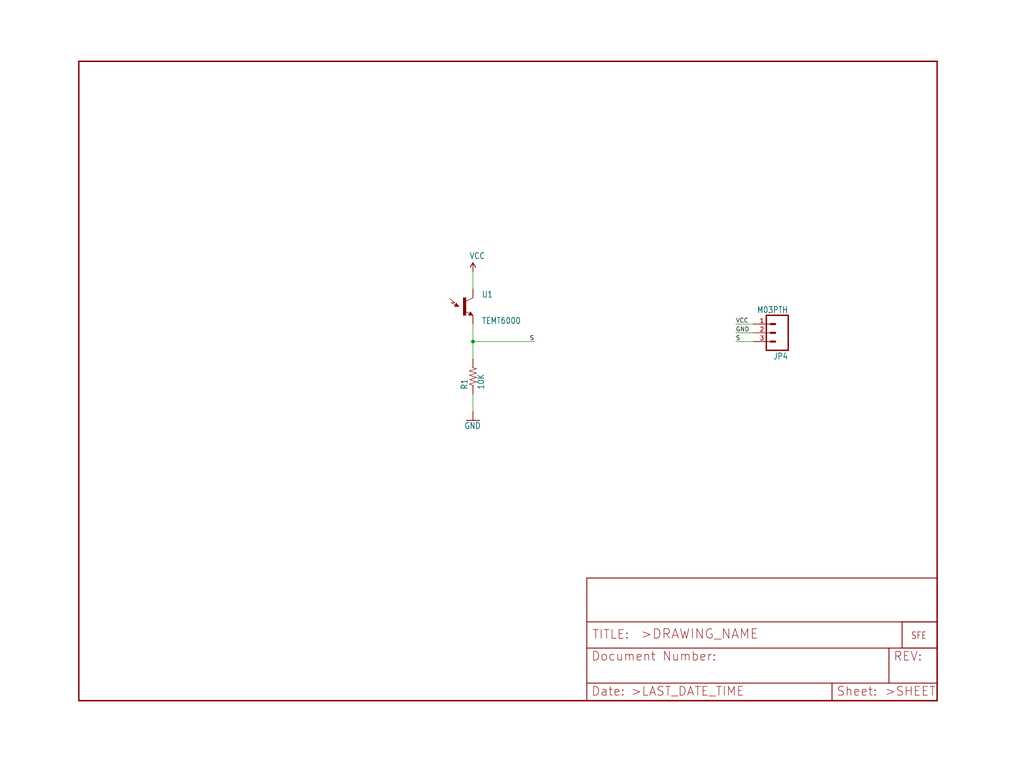
<source format=kicad_sch>
(kicad_sch (version 20211123) (generator eeschema)
  (paper "User" 297.002 223.926)
  (lib_symbols
    (symbol "eagleSchem-eagle-import:FRAME-LETTER"
      (symbol "FRAME-LETTER_1_0"
        (polyline (pts (xy 0 0) (xy 248.92 0)) (stroke (width 0.4064)))
        (polyline (pts (xy 0 185.42) (xy 0 0)) (stroke (width 0.4064)))
        (polyline (pts (xy 0 185.42) (xy 248.92 185.42)) (stroke (width 0.4064)))
        (polyline (pts (xy 248.92 185.42) (xy 248.92 0)) (stroke (width 0.4064)))
      )
      (symbol "FRAME-LETTER_2_0"
        (polyline (pts (xy 0 0) (xy 0 5.08)) (stroke (width 0.254)))
        (polyline (pts (xy 0 0) (xy 71.12 0)) (stroke (width 0.254)))
        (polyline (pts (xy 0 5.08) (xy 0 15.24)) (stroke (width 0.254)))
        (polyline (pts (xy 0 5.08) (xy 71.12 5.08)) (stroke (width 0.254)))
        (polyline (pts (xy 0 15.24) (xy 0 22.86)) (stroke (width 0.254)))
        (polyline (pts (xy 0 22.86) (xy 0 35.56)) (stroke (width 0.254)))
        (polyline (pts (xy 0 22.86) (xy 101.6 22.86)) (stroke (width 0.254)))
        (polyline (pts (xy 71.12 0) (xy 101.6 0)) (stroke (width 0.254)))
        (polyline (pts (xy 71.12 5.08) (xy 71.12 0)) (stroke (width 0.254)))
        (polyline (pts (xy 71.12 5.08) (xy 87.63 5.08)) (stroke (width 0.254)))
        (polyline (pts (xy 87.63 5.08) (xy 101.6 5.08)) (stroke (width 0.254)))
        (polyline (pts (xy 87.63 15.24) (xy 0 15.24)) (stroke (width 0.254)))
        (polyline (pts (xy 87.63 15.24) (xy 87.63 5.08)) (stroke (width 0.254)))
        (polyline (pts (xy 101.6 5.08) (xy 101.6 0)) (stroke (width 0.254)))
        (polyline (pts (xy 101.6 15.24) (xy 87.63 15.24)) (stroke (width 0.254)))
        (polyline (pts (xy 101.6 15.24) (xy 101.6 5.08)) (stroke (width 0.254)))
        (polyline (pts (xy 101.6 22.86) (xy 101.6 15.24)) (stroke (width 0.254)))
        (polyline (pts (xy 101.6 35.56) (xy 0 35.56)) (stroke (width 0.254)))
        (polyline (pts (xy 101.6 35.56) (xy 101.6 22.86)) (stroke (width 0.254)))
        (text ">DRAWING_NAME" (at 15.494 17.78 0) (effects (font (size 2.7432 2.7432)) (justify left bottom)))
        (text ">LAST_DATE_TIME" (at 12.7 1.27 0) (effects (font (size 2.54 2.54)) (justify left bottom)))
        (text ">SHEET" (at 86.36 1.27 0) (effects (font (size 2.54 2.54)) (justify left bottom)))
        (text "Date:" (at 1.27 1.27 0) (effects (font (size 2.54 2.54)) (justify left bottom)))
        (text "Document Number:" (at 1.27 11.43 0) (effects (font (size 2.54 2.54)) (justify left bottom)))
        (text "REV:" (at 88.9 11.43 0) (effects (font (size 2.54 2.54)) (justify left bottom)))
        (text "Sheet:" (at 72.39 1.27 0) (effects (font (size 2.54 2.54)) (justify left bottom)))
        (text "TITLE:" (at 1.524 17.78 0) (effects (font (size 2.54 2.54)) (justify left bottom)))
      )
    )
    (symbol "eagleSchem-eagle-import:GND" (power)
      (property "Value" "GND" (at -2.54 -2.54 0))
      (symbol "GND_1_0"
        (polyline (pts (xy -1.905 0) (xy 1.905 0)) (stroke (width 0.254)))
        (pin power_in line (at 0 2.54 270) (length 2.54) (name "GND") (number "1"))
      )
    )
    (symbol "eagleSchem-eagle-import:LOGO-SFESK"
      (symbol "LOGO-SFESK_1_0"
        (polyline (pts (xy -2.54 -2.54) (xy 7.62 -2.54)) (stroke (width 0.254)))
        (polyline (pts (xy -2.54 5.08) (xy -2.54 -2.54)) (stroke (width 0.254)))
        (polyline (pts (xy 7.62 -2.54) (xy 7.62 5.08)) (stroke (width 0.254)))
        (polyline (pts (xy 7.62 5.08) (xy -2.54 5.08)) (stroke (width 0.254)))
        (text "SFE" (at 0 0 0) (effects (font (size 1.9304 1.6408)) (justify left bottom)))
      )
    )
    (symbol "eagleSchem-eagle-import:M03PTH"
      (property "Reference" "JP" (at -2.54 5.842 0))
      (property "Value" "M03PTH" (at -2.54 -7.62 0))
      (symbol "M03PTH_1_0"
        (polyline (pts (xy -2.54 5.08) (xy -2.54 -5.08)) (stroke (width 0.4064)))
        (polyline (pts (xy -2.54 5.08) (xy 3.81 5.08)) (stroke (width 0.4064)))
        (polyline (pts (xy 1.27 -2.54) (xy 2.54 -2.54)) (stroke (width 0.6096)))
        (polyline (pts (xy 1.27 0) (xy 2.54 0)) (stroke (width 0.6096)))
        (polyline (pts (xy 1.27 2.54) (xy 2.54 2.54)) (stroke (width 0.6096)))
        (polyline (pts (xy 3.81 -5.08) (xy -2.54 -5.08)) (stroke (width 0.4064)))
        (polyline (pts (xy 3.81 -5.08) (xy 3.81 5.08)) (stroke (width 0.4064)))
        (pin passive line (at 7.62 -2.54 180) (length 5.08) (name "1") (number "1"))
        (pin passive line (at 7.62 0 180) (length 5.08) (name "2") (number "2"))
        (pin passive line (at 7.62 2.54 180) (length 5.08) (name "3") (number "3"))
      )
    )
    (symbol "eagleSchem-eagle-import:RESISTOR0402-RES"
      (property "Reference" "R" (at -3.81 1.4986 0))
      (property "Value" "RESISTOR0402-RES" (at -3.81 -3.302 0))
      (symbol "RESISTOR0402-RES_1_0"
        (polyline (pts (xy -2.54 0) (xy -2.159 1.016)) (stroke (width 0.1524)))
        (polyline (pts (xy -2.159 1.016) (xy -1.524 -1.016)) (stroke (width 0.1524)))
        (polyline (pts (xy -1.524 -1.016) (xy -0.889 1.016)) (stroke (width 0.1524)))
        (polyline (pts (xy -0.889 1.016) (xy -0.254 -1.016)) (stroke (width 0.1524)))
        (polyline (pts (xy -0.254 -1.016) (xy 0.381 1.016)) (stroke (width 0.1524)))
        (polyline (pts (xy 0.381 1.016) (xy 1.016 -1.016)) (stroke (width 0.1524)))
        (polyline (pts (xy 1.016 -1.016) (xy 1.651 1.016)) (stroke (width 0.1524)))
        (polyline (pts (xy 1.651 1.016) (xy 2.286 -1.016)) (stroke (width 0.1524)))
        (polyline (pts (xy 2.286 -1.016) (xy 2.54 0)) (stroke (width 0.1524)))
        (pin passive line (at -5.08 0 0) (length 2.54) (name "1") (number "1"))
        (pin passive line (at 5.08 0 180) (length 2.54) (name "2") (number "2"))
      )
    )
    (symbol "eagleSchem-eagle-import:TEMT6000"
      (property "Value" "TEMT6000" (at 5.08 -5.08 0))
      (symbol "TEMT6000_1_0"
        (rectangle (start -0.254 -2.54) (end 0.508 2.54) (fill (type outline)))
        (polyline (pts (xy -3.81 1.143) (xy -2.794 1.143)) (stroke (width 0.1524)))
        (polyline (pts (xy -2.794 0) (xy -2.286 1.016)) (stroke (width 0.1524)))
        (polyline (pts (xy -2.794 1.143) (xy -4.191 2.286)) (stroke (width 0.1524)))
        (polyline (pts (xy -2.54 0.127) (xy -1.778 0.127)) (stroke (width 0.254)))
        (polyline (pts (xy -2.54 0.254) (xy -2.159 0.254)) (stroke (width 0.254)))
        (polyline (pts (xy -2.524 0.5) (xy -3.756 1.116)) (stroke (width 0.1524)))
        (polyline (pts (xy -2.286 0.762) (xy -2.54 0.254)) (stroke (width 0.254)))
        (polyline (pts (xy -2.286 1.016) (xy -1.524 0)) (stroke (width 0.1524)))
        (polyline (pts (xy -2.159 0.254) (xy -2.286 0.508)) (stroke (width 0.254)))
        (polyline (pts (xy -1.778 0.127) (xy -2.286 0.762)) (stroke (width 0.254)))
        (polyline (pts (xy -1.524 0) (xy -2.794 0)) (stroke (width 0.1524)))
        (polyline (pts (xy 1.27 -2.54) (xy 1.778 -1.524)) (stroke (width 0.1524)))
        (polyline (pts (xy 1.524 -2.413) (xy 2.286 -2.413)) (stroke (width 0.254)))
        (polyline (pts (xy 1.524 -2.286) (xy 1.905 -2.286)) (stroke (width 0.254)))
        (polyline (pts (xy 1.54 -2.04) (xy 0.308 -1.424)) (stroke (width 0.1524)))
        (polyline (pts (xy 1.778 -1.778) (xy 1.524 -2.286)) (stroke (width 0.254)))
        (polyline (pts (xy 1.778 -1.524) (xy 2.54 -2.54)) (stroke (width 0.1524)))
        (polyline (pts (xy 1.905 -2.286) (xy 1.778 -2.032)) (stroke (width 0.254)))
        (polyline (pts (xy 2.286 -2.413) (xy 1.778 -1.778)) (stroke (width 0.254)))
        (polyline (pts (xy 2.54 -2.54) (xy 1.27 -2.54)) (stroke (width 0.1524)))
        (polyline (pts (xy 2.54 2.54) (xy 0.508 1.524)) (stroke (width 0.1524)))
        (pin passive line (at 2.54 5.08 270) (length 2.54) (name "C1") (number "COLLECTOR"))
        (pin passive line (at 2.54 -5.08 90) (length 2.54) (name "E1") (number "EMITTER"))
      )
    )
    (symbol "eagleSchem-eagle-import:VCC" (power)
      (property "Value" "VCC" (at -1.016 3.556 0))
      (symbol "VCC_1_0"
        (polyline (pts (xy 0 2.54) (xy -0.762 1.27)) (stroke (width 0.254)))
        (polyline (pts (xy 0.762 1.27) (xy 0 2.54)) (stroke (width 0.254)))
        (pin power_in line (at 0 0 90) (length 2.54) (name "VCC") (number "1"))
      )
    )
  )
  (junction (at 137.16 99.06))
  (wire (pts (xy 218.44 93.98) (xy 213.36 93.98)))
  (wire (pts (xy 137.16 99.06) (xy 137.16 104.14)))
  (wire (pts (xy 137.16 99.06) (xy 154.94 99.06)))
  (wire (pts (xy 137.16 93.98) (xy 137.16 99.06)))
  (wire (pts (xy 218.44 96.52) (xy 213.36 96.52)))
  (wire (pts (xy 218.44 99.06) (xy 213.36 99.06)))
  (wire (pts (xy 137.16 78.74) (xy 137.16 83.82)))
  (wire (pts (xy 137.16 114.3) (xy 137.16 119.38)))
  (label "VCC" (at 213.36 93.98 0) (effects (font (size 1.2446 1.2446))))
  (label "GND" (at 213.36 96.52 0) (effects (font (size 1.2446 1.2446))))
  (label "S" (at 154.94 99.06 180) (effects (font (size 1.2446 1.2446))))
  (label "S" (at 213.36 99.06 0) (effects (font (size 1.2446 1.2446))))
  (symbol (lib_id "eagleSchem-eagle-import:FRAME-LETTER") (at 170.18 203.2 0) (unit 2)
    (property "Reference" "#FRAME1" (effects hide))
    (property "Value" "FRAME-LETTER" (effects hide))
    (property "Footprint" "eagleSchem:" (effects hide))
  )
  (symbol (lib_id "eagleSchem-eagle-import:LOGO-SFESK") (at 264.16 185.42 0) (unit 1)
    (property "Reference" "U$1" (effects hide))
    (property "Value" "LOGO-SFESK" (effects hide))
    (property "Footprint" "eagleSchem:SFE-LOGO-FLAME" (effects hide))
  )
  (symbol (lib_id "eagleSchem-eagle-import:GND") (at 137.16 121.92 0) (unit 1)
    (property "Reference" "#GND1" (effects hide))
    (property "Value" "GND" (at 134.62 124.46 0) (effects (font (size 1.778 1.5113)) (justify left bottom)))
    (property "Footprint" "eagleSchem:" (effects hide))
  )
  (symbol (lib_id "eagleSchem-eagle-import:FRAME-LETTER") (at 22.86 203.2 0) (unit 1)
    (property "Reference" "#FRAME1" (effects hide))
    (property "Value" "FRAME-LETTER" (effects hide))
    (property "Footprint" "eagleSchem:" (effects hide))
  )
  (symbol (lib_id "eagleSchem-eagle-import:TEMT6000") (at 134.62 88.9 0) (unit 1)
    (property "Reference" "U1" (at 139.7 86.36 0) (effects (font (size 1.778 1.5113)) (justify left bottom)))
    (property "Value" "TEMT6000" (at 139.7 93.98 0) (effects (font (size 1.778 1.5113)) (justify left bottom)))
    (property "Footprint" "eagleSchem:TEMT6000-SEN" (effects hide))
  )
  (symbol (lib_id "eagleSchem-eagle-import:VCC") (at 137.16 78.74 0) (unit 1)
    (property "Reference" "#P+1" (effects hide))
    (property "Value" "VCC" (at 136.144 75.184 0) (effects (font (size 1.778 1.5113)) (justify left bottom)))
    (property "Footprint" "eagleSchem:" (effects hide))
  )
  (symbol (lib_id "eagleSchem-eagle-import:M03PTH") (at 226.06 96.52 180) (unit 1)
    (property "Reference" "JP4" (at 228.6 102.362 0) (effects (font (size 1.778 1.5113)) (justify left bottom)))
    (property "Value" "M03PTH" (at 228.6 88.9 0) (effects (font (size 1.778 1.5113)) (justify left bottom)))
    (property "Footprint" "eagleSchem:1X03" (effects hide))
  )
  (symbol (lib_id "eagleSchem-eagle-import:RESISTOR0402-RES") (at 137.16 109.22 90) (unit 1)
    (property "Reference" "R1" (at 135.6614 113.03 0) (effects (font (size 1.778 1.5113)) (justify left bottom)))
    (property "Value" "10K" (at 140.462 113.03 0) (effects (font (size 1.778 1.5113)) (justify left bottom)))
    (property "Footprint" "eagleSchem:0402-RES" (effects hide))
  )
)
</source>
